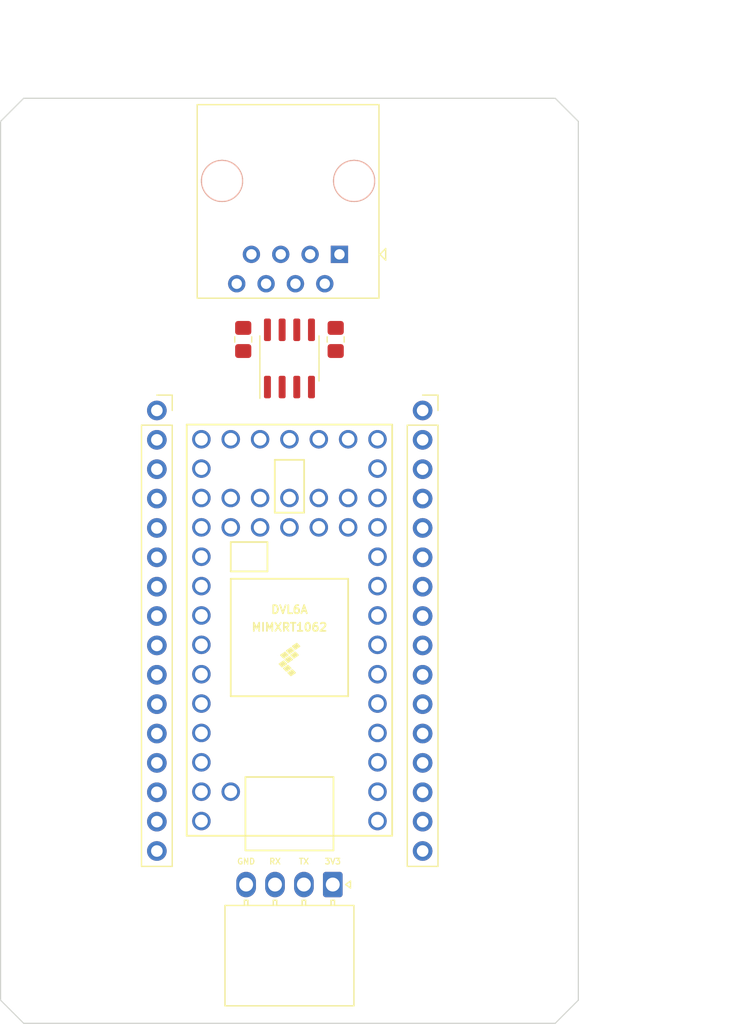
<source format=kicad_pcb>
(kicad_pcb (version 20211014) (generator pcbnew)
  (layers (0 "F.Cu" signal) (31 "B.Cu" signal) (34 "B.Paste" user) (35 "F.Paste" user) (36 "B.SilkS" user "B.Silkscreen") (37 "F.SilkS" user "F.Silkscreen") (38 "B.Mask" user) (39 "F.Mask" user) (44 "Edge.Cuts" user))
  (net 0 "")
  (net 1 "/RX-")
  (net 2 "/RX+")
  (net 3 "GND")
  (net 4 "/TX-")
  (net 5 "/TX+")
  (net 22 "+3V3")
  (net 29 "/IO14{slash}T-CS")
  (net 47 "/IO13")
  (net 48 "/RESET")
  (net 49 "/VP")
  (net 50 "/VN")
  (net 51 "/IO34{slash}A")
  (net 52 "/IO32{slash}A{slash}T-LED")
  (net 53 "/IO33{slash}A{slash}T-RST")
  (net 54 "/IO25{slash}DAC1")
  (net 55 "/IO26{slash}DAC2")
  (net 56 "/IO27{slash}T-DC")
  (net 57 "/IO12{slash}TS-CS")
  (net 58 "/EN")
  (net 59 "/USB")
  (net 60 "/BAT")
  (net 61 "/IO23{slash}MOSI")
  (net 62 "/IO22{slash}SCL")
  (net 63 "/TXD0")
  (net 64 "/RXD0")
  (net 65 "/IO21{slash}SDA")
  (net 66 "/IO19{slash}MISO")
  (net 67 "/IO18{slash}SCK")
  (net 68 "/IO05{slash}SS")
  (net 69 "/NC")
  (net 70 "/IO04{slash}TF-CS")
  (net 71 "/IO00")
  (net 72 "/IO02")
  (net 73 "/IO15")
  (footprint "Package_SO:SOIC-8_3.9x4.9mm_P1.27mm" (layer "F.Cu") (at 150 77.5 90)
    (fp_text reference "U2")
    (fp_text value "max3490eesa+T")
    (fp_line (start 0 -2.56) (end 1.95 -2.56) (layer "F.SilkS") (width 0.12))
    (fp_line (start 0 -2.56) (end -3.45 -2.56) (layer "F.SilkS") (width 0.12))
    (fp_line (start 0 2.56) (end 1.95 2.56) (layer "F.SilkS") (width 0.12))
    (fp_line (start 0 2.56) (end -1.95 2.56) (layer "F.SilkS") (width 0.12))
    (pad "1" smd roundrect (at -2.475 -1.905 90) (size 1.95 0.6) (layers "F.Cu" "F.Paste" "F.Mask") (net 22 "+3V3"))
    (pad "2" smd roundrect (at -2.475 -0.635 90) (size 1.95 0.6) (layers "F.Cu" "F.Paste" "F.Mask") (net 47 "/IO13"))
    (pad "3" smd roundrect (at -2.475 0.635 90) (size 1.95 0.6) (layers "F.Cu" "F.Paste" "F.Mask") (net 29 "/IO14{slash}T-CS"))
    (pad "4" smd roundrect (at -2.475 1.905 90) (size 1.95 0.6) (layers "F.Cu" "F.Paste" "F.Mask") (net 3 "GND"))
    (pad "5" smd roundrect (at 2.475 1.905 90) (size 1.95 0.6) (layers "F.Cu" "F.Paste" "F.Mask") (net 4 "/TX-"))
    (pad "6" smd roundrect (at 2.475 0.635 90) (size 1.95 0.6) (layers "F.Cu" "F.Paste" "F.Mask") (net 5 "/TX+"))
    (pad "7" smd roundrect (at 2.475 -0.635 90) (size 1.95 0.6) (layers "F.Cu" "F.Paste" "F.Mask") (net 1 "/RX-"))
    (pad "8" smd roundrect (at 2.475 -1.905 90) (size 1.95 0.6) (layers "F.Cu" "F.Paste" "F.Mask") (net 2 "/RX+"))
  )
  (footprint "TEENSY:Teensy40" (layer "F.Cu") (at 150 101 90)
    (fp_text reference "U1")
    (fp_text value "Teensy4.0")
    (fp_text user "MIMXRT1062" (at 0.254 0) (layer "F.SilkS") (effects (font (size 0.7 0.7))))
    (fp_text user "DVL6A" (at 1.778 0) (layer "F.SilkS") (effects (font (size 0.7 0.7))))
    (fp_line (start 4.445 -5.08) (end -5.715 -5.08) (layer "F.SilkS") (width 0.15))
    (fp_line (start 10.16 1.27) (end 10.16 -1.27) (layer "F.SilkS") (width 0.15))
    (fp_line (start -19.05 3.81) (end -19.05 -3.81) (layer "F.SilkS") (width 0.15))
    (fp_line (start 10.16 -1.27) (end 14.732 -1.27) (layer "F.SilkS") (width 0.15))
    (fp_line (start 5.08 -1.905) (end 5.08 -5.08) (layer "F.SilkS") (width 0.15))
    (fp_line (start 17.78 8.89) (end -17.78 8.89) (layer "F.SilkS") (width 0.15))
    (fp_line (start -12.7 3.81) (end -12.7 -3.81) (layer "F.SilkS") (width 0.15))
    (fp_line (start 14.732 -1.27) (end 14.732 1.27) (layer "F.SilkS") (width 0.15))
    (fp_line (start 4.445 5.08) (end -5.715 5.08) (layer "F.SilkS") (width 0.15))
    (fp_line (start 5.08 -5.08) (end 7.62 -5.08) (layer "F.SilkS") (width 0.15))
    (fp_line (start -12.7 -3.81) (end -17.78 -3.81) (layer "F.SilkS") (width 0.15))
    (fp_line (start -17.78 -8.89) (end 17.78 -8.89) (layer "F.SilkS") (width 0.15))
    (fp_line (start -12.7 3.81) (end -17.78 3.81) (layer "F.SilkS") (width 0.15))
    (fp_line (start -17.78 3.81) (end -19.05 3.81) (layer "F.SilkS") (width 0.15))
    (fp_line (start 4.445 5.08) (end 4.445 -5.08) (layer "F.SilkS") (width 0.15))
    (fp_line (start -5.715 -5.08) (end -5.715 5.08) (layer "F.SilkS") (width 0.15))
    (fp_line (start 7.62 -5.08) (end 7.62 -1.905) (layer "F.SilkS") (width 0.15))
    (fp_line (start 17.78 -8.89) (end 17.78 8.89) (layer "F.SilkS") (width 0.15))
    (fp_line (start -19.05 -3.81) (end -17.78 -3.81) (layer "F.SilkS") (width 0.15))
    (fp_line (start 14.732 1.27) (end 10.16 1.27) (layer "F.SilkS") (width 0.15))
    (fp_line (start 7.62 -1.905) (end 5.08 -1.905) (layer "F.SilkS") (width 0.15))
    (fp_line (start -17.78 8.89) (end -17.78 -8.89) (layer "F.SilkS") (width 0.15))
    (fp_poly (pts (xy -2.032 0) (xy -1.778 -0.254) (xy -1.524 0.127) (xy -1.778 0.381)) (layer "F.SilkS") (width 0.1) (fill solid))
    (fp_poly (pts (xy -2.413 0.381) (xy -2.159 0.127) (xy -1.905 0.508) (xy -2.159 0.762)) (layer "F.SilkS") (width 0.1) (fill solid))
    (fp_poly (pts (xy -2.413 -0.508) (xy -2.159 -0.762) (xy -1.905 -0.381) (xy -2.159 -0.127)) (layer "F.SilkS") (width 0.1) (fill solid))
    (fp_poly (pts (xy -1.651 0.508) (xy -1.397 0.254) (xy -1.143 0.635) (xy -1.397 0.889)) (layer "F.SilkS") (width 0.1) (fill solid))
    (fp_poly (pts (xy -3.175 -0.635) (xy -2.921 -0.889) (xy -2.667 -0.508) (xy -2.921 -0.254)) (layer "F.SilkS") (width 0.1) (fill solid))
    (fp_poly (pts (xy -3.556 -0.254) (xy -3.302 -0.508) (xy -3.048 -0.127) (xy -3.302 0.127)) (layer "F.SilkS") (width 0.1) (fill solid))
    (fp_poly (pts (xy -2.794 -0.127) (xy -2.54 -0.381) (xy -2.286 0) (xy -2.54 0.254)) (layer "F.SilkS") (width 0.1) (fill solid))
    (fp_poly (pts (xy -3.937 0.127) (xy -3.683 -0.127) (xy -3.429 0.254) (xy -3.683 0.508)) (layer "F.SilkS") (width 0.1) (fill solid))
    (pad "1" thru_hole circle locked (at -16.51 7.62 90) (size 1.6 1.6) (drill 1.1) (layers *.Cu *.Mask) (net 3 "GND"))
    (pad "2" thru_hole circle locked (at -13.97 7.62 90) (size 1.6 1.6) (drill 1.1) (layers *.Cu *.Mask))
    (pad "3" thru_hole circle locked (at -11.43 7.62 90) (size 1.6 1.6) (drill 1.1) (layers *.Cu *.Mask))
    (pad "4" thru_hole circle locked (at -8.89 7.62 90) (size 1.6 1.6) (drill 1.1) (layers *.Cu *.Mask))
    (pad "5" thru_hole circle locked (at -6.35 7.62 90) (size 1.6 1.6) (drill 1.1) (layers *.Cu *.Mask))
    (pad "6" thru_hole circle locked (at -3.81 7.62 90) (size 1.6 1.6) (drill 1.1) (layers *.Cu *.Mask))
    (pad "7" thru_hole circle locked (at -1.27 7.62 90) (size 1.6 1.6) (drill 1.1) (layers *.Cu *.Mask))
    (pad "8" thru_hole circle locked (at 1.27 7.62 90) (size 1.6 1.6) (drill 1.1) (layers *.Cu *.Mask))
    (pad "9" thru_hole circle locked (at 3.81 7.62 90) (size 1.6 1.6) (drill 1.1) (layers *.Cu *.Mask) (net 47 "/IO13"))
    (pad "10" thru_hole circle locked (at 6.35 7.62 90) (size 1.6 1.6) (drill 1.1) (layers *.Cu *.Mask) (net 29 "/IO14{slash}T-CS"))
    (pad "11" thru_hole circle locked (at 8.89 7.62 90) (size 1.6 1.6) (drill 1.1) (layers *.Cu *.Mask))
    (pad "12" thru_hole circle locked (at 11.43 7.62 90) (size 1.6 1.6) (drill 1.1) (layers *.Cu *.Mask))
    (pad "13" thru_hole circle locked (at 13.97 7.62 90) (size 1.6 1.6) (drill 1.1) (layers *.Cu *.Mask))
    (pad "14" thru_hole circle locked (at 16.51 7.62 90) (size 1.6 1.6) (drill 1.1) (layers *.Cu *.Mask))
    (pad "15" thru_hole circle locked (at 16.51 5.08 90) (size 1.6 1.6) (drill 1.1) (layers *.Cu *.Mask))
    (pad "16" thru_hole circle locked (at 16.51 2.54 90) (size 1.6 1.6) (drill 1.1) (layers *.Cu *.Mask))
    (pad "17" thru_hole circle locked (at 16.51 0 90) (size 1.6 1.6) (drill 1.1) (layers *.Cu *.Mask) (net 3 "GND"))
    (pad "18" thru_hole circle locked (at 16.51 -2.54 90) (size 1.6 1.6) (drill 1.1) (layers *.Cu *.Mask))
    (pad "19" thru_hole circle locked (at 16.51 -5.08 90) (size 1.6 1.6) (drill 1.1) (layers *.Cu *.Mask))
    (pad "20" thru_hole circle locked (at 16.51 -7.62 90) (size 1.6 1.6) (drill 1.1) (layers *.Cu *.Mask))
    (pad "21" thru_hole circle locked (at 13.97 -7.62 90) (size 1.6 1.6) (drill 1.1) (layers *.Cu *.Mask))
    (pad "22" thru_hole circle locked (at 11.43 -7.62 90) (size 1.6 1.6) (drill 1.1) (layers *.Cu *.Mask))
    (pad "23" thru_hole circle locked (at 8.89 -7.62 90) (size 1.6 1.6) (drill 1.1) (layers *.Cu *.Mask))
    (pad "24" thru_hole circle locked (at 6.35 -7.62 90) (size 1.6 1.6) (drill 1.1) (layers *.Cu *.Mask))
    (pad "25" thru_hole circle locked (at 3.81 -7.62 90) (size 1.6 1.6) (drill 1.1) (layers *.Cu *.Mask))
    (pad "26" thru_hole circle locked (at 1.27 -7.62 90) (size 1.6 1.6) (drill 1.1) (layers *.Cu *.Mask))
    (pad "27" thru_hole circle locked (at -1.27 -7.62 90) (size 1.6 1.6) (drill 1.1) (layers *.Cu *.Mask))
    (pad "28" thru_hole circle locked (at -3.81 -7.62 90) (size 1.6 1.6) (drill 1.1) (layers *.Cu *.Mask))
    (pad "29" thru_hole circle locked (at -6.35 -7.62 90) (size 1.6 1.6) (drill 1.1) (layers *.Cu *.Mask))
    (pad "30" thru_hole circle locked (at -8.89 -7.62 90) (size 1.6 1.6) (drill 1.1) (layers *.Cu *.Mask))
    (pad "31" thru_hole circle locked (at -11.43 -7.62 90) (size 1.6 1.6) (drill 1.1) (layers *.Cu *.Mask) (net 22 "+3V3"))
    (pad "32" thru_hole circle locked (at -13.97 -7.62 90) (size 1.6 1.6) (drill 1.1) (layers *.Cu *.Mask) (net 3 "GND"))
    (pad "33" thru_hole circle locked (at -16.51 -7.62 90) (size 1.6 1.6) (drill 1.1) (layers *.Cu *.Mask))
    (pad "34" thru_hole circle locked (at -13.97 -5.08 90) (size 1.6 1.6) (drill 1.1) (layers *.Cu *.Mask))
    (pad "35" thru_hole circle locked (at 11.43 -5.08 90) (size 1.6 1.6) (drill 1.1) (layers *.Cu *.Mask))
    (pad "36" thru_hole circle locked (at 8.89 -5.08 90) (size 1.6 1.6) (drill 1.1) (layers *.Cu *.Mask))
    (pad "37" thru_hole circle locked (at 11.43 -2.54 90) (size 1.6 1.6) (drill 1.1) (layers *.Cu *.Mask))
    (pad "38" thru_hole circle locked (at 8.89 -2.54 90) (size 1.6 1.6) (drill 1.1) (layers *.Cu *.Mask))
    (pad "39" thru_hole circle locked (at 11.43 0 90) (size 1.6 1.6) (drill 1.1) (layers *.Cu *.Mask))
    (pad "40" thru_hole circle locked (at 8.89 0 90) (size 1.6 1.6) (drill 1.1) (layers *.Cu *.Mask))
    (pad "41" thru_hole circle locked (at 11.43 2.54 90) (size 1.6 1.6) (drill 1.1) (layers *.Cu *.Mask))
    (pad "42" thru_hole circle locked (at 8.89 2.54 90) (size 1.6 1.6) (drill 1.1) (layers *.Cu *.Mask))
    (pad "43" thru_hole circle locked (at 11.43 5.08 90) (size 1.6 1.6) (drill 1.1) (layers *.Cu *.Mask))
    (pad "44" thru_hole circle locked (at 8.89 5.08 90) (size 1.6 1.6) (drill 1.1) (layers *.Cu *.Mask))
  )
  (footprint "Connector_Molex:Molex_Nano-Fit_105313-xx04_1x04_P2.50mm_Horizontal" (layer "F.Cu") (at 153.75 123 -90)
    (fp_text reference "J3")
    (fp_text value "GENERIC_UART")
    (fp_line (start 1.81 -0.15) (end 1.36 -0.15) (layer "F.SilkS") (width 0.12))
    (fp_line (start 10.49 9.33) (end 10.49 -1.83) (layer "F.SilkS") (width 0.12))
    (fp_line (start 1.36 7.35) (end 1.36 7.65) (layer "F.SilkS") (width 0.12))
    (fp_line (start 1.36 2.65) (end 1.81 2.65) (layer "F.SilkS") (width 0.12))
    (fp_line (start 1.36 -0.15) (end 1.36 0.15) (layer "F.SilkS") (width 0.12))
    (fp_line (start 1.81 2.65) (end 1.81 2.35) (layer "F.SilkS") (width 0.12))
    (fp_line (start 1.36 5.15) (end 1.81 5.15) (layer "F.SilkS") (width 0.12))
    (fp_line (start 1.81 7.65) (end 1.81 7.35) (layer "F.SilkS") (width 0.12))
    (fp_line (start 1.36 7.65) (end 1.81 7.65) (layer "F.SilkS") (width 0.12))
    (fp_line (start 1.36 2.35) (end 1.36 2.65) (layer "F.SilkS") (width 0.12))
    (fp_line (start 1.81 0.15) (end 1.81 -0.15) (layer "F.SilkS") (width 0.12))
    (fp_line (start -0.3 -1.534264) (end 0 -1.11) (layer "F.SilkS") (width 0.12))
    (fp_line (start 1.36 4.85) (end 1.36 5.15) (layer "F.SilkS") (width 0.12))
    (fp_line (start 1.81 5.15) (end 1.81 4.85) (layer "F.SilkS") (width 0.12))
    (fp_line (start 1.81 2.35) (end 1.36 2.35) (layer "F.SilkS") (width 0.12))
    (fp_line (start 0 -1.11) (end 0.3 -1.534264) (layer "F.SilkS") (width 0.12))
    (fp_line (start 0.3 -1.534264) (end -0.3 -1.534264) (layer "F.SilkS") (width 0.12))
    (fp_line (start 1.36 0.15) (end 1.81 0.15) (layer "F.SilkS") (width 0.12))
    (fp_line (start 1.81 -1.83) (end 1.81 9.33) (layer "F.SilkS") (width 0.12))
    (fp_line (start 10.49 -1.83) (end 1.81 -1.83) (layer "F.SilkS") (width 0.12))
    (fp_line (start 1.81 4.85) (end 1.36 4.85) (layer "F.SilkS") (width 0.12))
    (fp_line (start 1.81 7.35) (end 1.36 7.35) (layer "F.SilkS") (width 0.12))
    (fp_line (start 1.81 9.33) (end 10.49 9.33) (layer "F.SilkS") (width 0.12))
    (pad "" np_thru_hole circle (at 7.18 0 270) (size 1.7 1.7) (drill 1.7) (layers *.Cu *.Mask))
    (pad "" np_thru_hole circle (at 7.18 7.5 270) (size 1.7 1.7) (drill 1.7) (layers *.Cu *.Mask))
    (pad "1" thru_hole roundrect (at 0 0 270) (size 2.2 1.7) (drill 1.2) (layers *.Cu *.Mask) (roundrect_rratio 0.147059) (net 22 "+3V3"))
    (pad "2" thru_hole oval (at 0 2.5 270) (size 2.2 1.7) (drill 1.2) (layers *.Cu *.Mask) (net 29 "/IO14{slash}T-CS"))
    (pad "3" thru_hole oval (at 0 5 270) (size 2.2 1.7) (drill 1.2) (layers *.Cu *.Mask) (net 47 "/IO13"))
    (pad "4" thru_hole oval (at 0 7.5 270) (size 2.2 1.7) (drill 1.2) (layers *.Cu *.Mask) (net 3 "GND"))
  )
  (footprint "Resistor_SMD:R_0805_2012Metric_Pad1.20x1.40mm_HandSolder" (layer "F.Cu") (at 154 75.86 -90)
    (fp_text reference "Re")
    (fp_text value "120R")
    (fp_line (start -0.227064 -0.735) (end 0.227064 -0.735) (layer "F.SilkS") (width 0.12))
    (fp_line (start -0.227064 0.735) (end 0.227064 0.735) (layer "F.SilkS") (width 0.12))
    (pad "1" smd roundrect (at -1 0 270) (size 1.2 1.4) (layers "F.Cu" "F.Paste" "F.Mask") (roundrect_rratio 0.208333) (net 5 "/TX+"))
    (pad "2" smd roundrect (at 1 0 270) (size 1.2 1.4) (layers "F.Cu" "F.Paste" "F.Mask") (roundrect_rratio 0.208333) (net 4 "/TX-"))
  )
  (footprint "MountingHole:MountingHole_3.2mm_M3" (layer "F.Cu") (at 170 130)
    (fp_text reference "H3")
    (fp_text value "M3")
    (pad "" np_thru_hole circle (at 0 0) (size 3.2 3.2) (drill 3.2) (layers *.Cu *.Mask))
  )
  (footprint "MountingHole:MountingHole_3.2mm_M3" (layer "F.Cu") (at 130 130)
    (fp_text reference "H4")
    (fp_text value "M3")
    (pad "" np_thru_hole circle (at 0 0) (size 3.2 3.2) (drill 3.2) (layers *.Cu *.Mask))
  )
  (footprint "Connector_PinSocket_2.54mm:PinSocket_1x16_P2.54mm_Vertical" (layer "F.Cu") (at 138.525 82)
    (fp_text reference "J2")
    (fp_text value "Lolin D32 Pro 2.0.0 (ESP32) PIN01–16")
    (fp_line (start -1.33 1.27) (end 1.33 1.27) (layer "F.SilkS") (width 0.12))
    (fp_line (start -1.33 1.27) (end -1.33 39.43) (layer "F.SilkS") (width 0.12))
    (fp_line (start 1.33 -1.33) (end 1.33 0) (layer "F.SilkS") (width 0.12))
    (fp_line (start -1.33 39.43) (end 1.33 39.43) (layer "F.SilkS") (width 0.12))
    (fp_line (start 1.33 1.27) (end 1.33 39.43) (layer "F.SilkS") (width 0.12))
    (fp_line (start 0 -1.33) (end 1.33 -1.33) (layer "F.SilkS") (width 0.12))
    (pad "1" thru_hole circle (at 0 0) (size 1.7 1.7) (drill 1) (layers *.Cu *.Mask) (net 22 "+3V3"))
    (pad "2" thru_hole oval (at 0 2.54) (size 1.7 1.7) (drill 1) (layers *.Cu *.Mask) (net 48 "/RESET"))
    (pad "3" thru_hole oval (at 0 5.08) (size 1.7 1.7) (drill 1) (layers *.Cu *.Mask) (net 49 "/VP"))
    (pad "4" thru_hole oval (at 0 7.62) (size 1.7 1.7) (drill 1) (layers *.Cu *.Mask) (net 50 "/VN"))
    (pad "5" thru_hole oval (at 0 10.16) (size 1.7 1.7) (drill 1) (layers *.Cu *.Mask) (net 51 "/IO34{slash}A"))
    (pad "6" thru_hole oval (at 0 12.7) (size 1.7 1.7) (drill 1) (layers *.Cu *.Mask) (net 52 "/IO32{slash}A{slash}T-LED"))
    (pad "7" thru_hole oval (at 0 15.24) (size 1.7 1.7) (drill 1) (layers *.Cu *.Mask) (net 53 "/IO33{slash}A{slash}T-RST"))
    (pad "8" thru_hole oval (at 0 17.78) (size 1.7 1.7) (drill 1) (layers *.Cu *.Mask) (net 54 "/IO25{slash}DAC1"))
    (pad "9" thru_hole oval (at 0 20.32) (size 1.7 1.7) (drill 1) (layers *.Cu *.Mask) (net 55 "/IO26{slash}DAC2"))
    (pad "10" thru_hole oval (at 0 22.86) (size 1.7 1.7) (drill 1) (layers *.Cu *.Mask) (net 56 "/IO27{slash}T-DC"))
    (pad "11" thru_hole oval (at 0 25.4) (size 1.7 1.7) (drill 1) (layers *.Cu *.Mask) (net 29 "/IO14{slash}T-CS"))
    (pad "12" thru_hole oval (at 0 27.94) (size 1.7 1.7) (drill 1) (layers *.Cu *.Mask) (net 57 "/IO12{slash}TS-CS"))
    (pad "13" thru_hole oval (at 0 30.48) (size 1.7 1.7) (drill 1) (layers *.Cu *.Mask) (net 47 "/IO13"))
    (pad "14" thru_hole oval (at 0 33.02) (size 1.7 1.7) (drill 1) (layers *.Cu *.Mask) (net 58 "/EN"))
    (pad "15" thru_hole oval (at 0 35.56) (size 1.7 1.7) (drill 1) (layers *.Cu *.Mask) (net 59 "/USB"))
    (pad "16" thru_hole oval (at 0 38.1) (size 1.7 1.7) (drill 1) (layers *.Cu *.Mask) (net 60 "/BAT"))
  )
  (footprint "Resistor_SMD:R_0805_2012Metric_Pad1.20x1.40mm_HandSolder" (layer "F.Cu") (at 146 75.86 90)
    (fp_text reference "R1")
    (fp_text value "120R")
    (fp_line (start -0.227064 0.735) (end 0.227064 0.735) (layer "F.SilkS") (width 0.12))
    (fp_line (start -0.227064 -0.735) (end 0.227064 -0.735) (layer "F.SilkS") (width 0.12))
    (pad "1" smd roundrect (at -1 0 90) (size 1.2 1.4) (layers "F.Cu" "F.Paste" "F.Mask") (roundrect_rratio 0.208333) (net 2 "/RX+"))
    (pad "2" smd roundrect (at 1 0 90) (size 1.2 1.4) (layers "F.Cu" "F.Paste" "F.Mask") (roundrect_rratio 0.208333) (net 1 "/RX-"))
  )
  (footprint "MountingHole:MountingHole_3.2mm_M3" (layer "F.Cu") (at 130 60.155353)
    (fp_text reference "H1")
    (fp_text value "M3")
    (pad "" np_thru_hole circle (at 0 0) (size 3.2 3.2) (drill 3.2) (layers *.Cu *.Mask))
  )
  (footprint "MountingHole:MountingHole_3.2mm_M3" (layer "F.Cu") (at 170 60)
    (fp_text reference "H2")
    (fp_text value "M3")
    (pad "" np_thru_hole circle (at 0 0) (size 3.2 3.2) (drill 3.2) (layers *.Cu *.Mask))
  )
  (footprint "Connector_PinSocket_2.54mm:PinSocket_1x16_P2.54mm_Vertical" (layer "F.Cu") (at 161.525 82)
    (fp_text reference "J4")
    (fp_text value "Lolin D32 Pro 2.0.0 (ESP32) PIN17–32")
    (fp_line (start -1.33 1.27) (end -1.33 39.43) (layer "F.SilkS") (width 0.12))
    (fp_line (start 0 -1.33) (end 1.33 -1.33) (layer "F.SilkS") (width 0.12))
    (fp_line (start 1.33 -1.33) (end 1.33 0) (layer "F.SilkS") (width 0.12))
    (fp_line (start -1.33 39.43) (end 1.33 39.43) (layer "F.SilkS") (width 0.12))
    (fp_line (start -1.33 1.27) (end 1.33 1.27) (layer "F.SilkS") (width 0.12))
    (fp_line (start 1.33 1.27) (end 1.33 39.43) (layer "F.SilkS") (width 0.12))
    (pad "1" thru_hole circle (at 0 0) (size 1.7 1.7) (drill 1) (layers *.Cu *.Mask) (net 3 "GND"))
    (pad "2" thru_hole oval (at 0 2.54) (size 1.7 1.7) (drill 1) (layers *.Cu *.Mask) (net 61 "/IO23{slash}MOSI"))
    (pad "3" thru_hole oval (at 0 5.08) (size 1.7 1.7) (drill 1) (layers *.Cu *.Mask) (net 62 "/IO22{slash}SCL"))
    (pad "4" thru_hole oval (at 0 7.62) (size 1.7 1.7) (drill 1) (layers *.Cu *.Mask) (net 63 "/TXD0"))
    (pad "5" thru_hole oval (at 0 10.16) (size 1.7 1.7) (drill 1) (layers *.Cu *.Mask) (net 64 "/RXD0"))
    (pad "6" thru_hole oval (at 0 12.7) (size 1.7 1.7) (drill 1) (layers *.Cu *.Mask) (net 65 "/IO21{slash}SDA"))
    (pad "7" thru_hole oval (at 0 15.24) (size 1.7 1.7) (drill 1) (layers *.Cu *.Mask) (net 66 "/IO19{slash}MISO"))
    (pad "8" thru_hole oval (at 0 17.78) (size 1.7 1.7) (drill 1) (layers *.Cu *.Mask) (net 67 "/IO18{slash}SCK"))
    (pad "9" thru_hole oval (at 0 20.32) (size 1.7 1.7) (drill 1) (layers *.Cu *.Mask) (net 68 "/IO05{slash}SS"))
    (pad "10" thru_hole oval (at 0 22.86) (size 1.7 1.7) (drill 1) (layers *.Cu *.Mask) (net 69 "/NC"))
    (pad "11" thru_hole oval (at 0 25.4) (size 1.7 1.7) (drill 1) (layers *.Cu *.Mask) (net 69 "/NC"))
    (pad "12" thru_hole oval (at 0 27.94) (size 1.7 1.7) (drill 1) (layers *.Cu *.Mask) (net 70 "/IO04{slash}TF-CS"))
    (pad "13" thru_hole oval (at 0 30.48) (size 1.7 1.7) (drill 1) (layers *.Cu *.Mask) (net 71 "/IO00"))
    (pad "14" thru_hole oval (at 0 33.02) (size 1.7 1.7) (drill 1) (layers *.Cu *.Mask) (net 72 "/IO02"))
    (pad "15" thru_hole oval (at 0 35.56) (size 1.7 1.7) (drill 1) (layers *.Cu *.Mask) (net 73 "/IO15"))
    (pad "16" thru_hole oval (at 0 38.1) (size 1.7 1.7) (drill 1) (layers *.Cu *.Mask) (net 3 "GND"))
  )
  (footprint "Connector_RJ:RJ45_OST_PJ012-8P8CX_Vertical" (layer "F.Cu") (at 154.3275 68.5 180)
    (fp_text reference "J1")
    (fp_text value "RJ45")
    (fp_line (start -3.42 -3.79) (end -3.42 12.95) (layer "F.SilkS") (width 0.12))
    (fp_line (start -4 0.5) (end -3.5 0) (layer "F.SilkS") (width 0.12))
    (fp_line (start 12.31 12.95) (end -3.42 12.95) (layer "F.SilkS") (width 0.12))
    (fp_line (start 12.31 -3.79) (end 12.31 12.95) (layer "F.SilkS") (width 0.12))
    (fp_line (start 12.3 -3.79) (end -3.42 -3.79) (layer "F.SilkS") (width 0.12))
    (fp_line (start -4 -0.5) (end -4 0.5) (layer "F.SilkS") (width 0.12))
    (fp_line (start -3.5 0) (end -4 -0.5) (layer "F.SilkS") (width 0.12))
    (pad "" np_thru_hole circle (at -1.27 6.35 180) (size 3.65 3.65) (drill 3.45) (layers *.Cu *.SilkS *.Mask))
    (pad "" np_thru_hole circle (at 10.16 6.35 180) (size 3.65 3.65) (drill 3.45) (layers *.Cu *.SilkS *.Mask))
    (pad "1" thru_hole rect (at 0 0 180) (size 1.5 1.5) (drill 0.9) (layers *.Cu *.Mask) (net 1 "/RX-"))
    (pad "2" thru_hole circle (at 1.27 -2.54 180) (size 1.5 1.5) (drill 0.9) (layers *.Cu *.Mask) (net 2 "/RX+"))
    (pad "3" thru_hole circle (at 2.54 0 180) (size 1.5 1.5) (drill 0.9) (layers *.Cu *.Mask))
    (pad "4" thru_hole circle (at 3.81 -2.54 180) (size 1.5 1.5) (drill 0.9) (layers *.Cu *.Mask))
    (pad "5" thru_hole circle (at 5.08 0 180) (size 1.5 1.5) (drill 0.9) (layers *.Cu *.Mask))
    (pad "6" thru_hole circle (at 6.35 -2.54 180) (size 1.5 1.5) (drill 0.9) (layers *.Cu *.Mask))
    (pad "7" thru_hole circle (at 7.62 0 180) (size 1.5 1.5) (drill 0.9) (layers *.Cu *.Mask) (net 4 "/TX-"))
    (pad "8" thru_hole circle (at 8.89 -2.54 180) (size 1.5 1.5) (drill 0.9) (layers *.Cu *.Mask) (net 5 "/TX+"))
  )
  (gr_line (start 173 55) (end 175 57) (layer "Edge.Cuts") (width 0.1))
  (gr_line (start 125 57) (end 125 133) (layer "Edge.Cuts") (width 0.1))
  (gr_line (start 127 135) (end 125 133) (layer "Edge.Cuts") (width 0.1))
  (gr_line (start 173 135) (end 127 135) (layer "Edge.Cuts") (width 0.1))
  (gr_line (start 125 57) (end 127 55) (layer "Edge.Cuts") (width 0.1))
  (gr_line (start 175 57) (end 175 133) (layer "Edge.Cuts") (width 0.1))
  (gr_line (start 127 55) (end 173 55) (layer "Edge.Cuts") (width 0.1))
  (gr_line (start 175 133) (end 173 135) (layer "Edge.Cuts") (width 0.1))
  (gr_text "GND" (at 146.25 121) (layer "F.SilkS") (effects (font (size 0.5 0.5) (thickness 0.1))))
  (gr_text "RX" (at 148.75 121) (layer "F.SilkS") (effects (font (size 0.5 0.5) (thickness 0.1))))
  (gr_text "3V3" (at 153.75 121) (layer "F.SilkS") (effects (font (size 0.5 0.5) (thickness 0.1))))
  (gr_text "TX" (at 151.25 121) (layer "F.SilkS") (effects (font (size 0.5 0.5) (thickness 0.1))))
)
</source>
